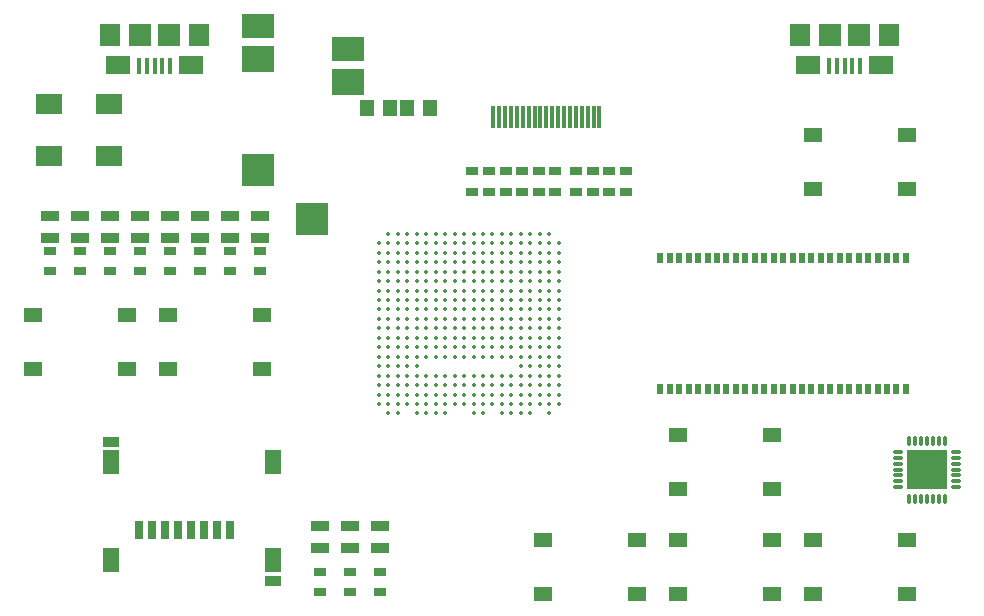
<source format=gtp>
G04 #@! TF.GenerationSoftware,KiCad,Pcbnew,5.0.0-rc2+dfsg1-2*
G04 #@! TF.CreationDate,2018-06-08T07:19:16+02:00*
G04 #@! TF.ProjectId,ulx3s,756C7833732E6B696361645F70636200,rev?*
G04 #@! TF.SameCoordinates,Original*
G04 #@! TF.FileFunction,Paste,Top*
G04 #@! TF.FilePolarity,Positive*
%FSLAX46Y46*%
G04 Gerber Fmt 4.6, Leading zero omitted, Abs format (unit mm)*
G04 Created by KiCad (PCBNEW 5.0.0-rc2+dfsg1-2) date Fri Jun  8 07:19:16 2018*
%MOMM*%
%LPD*%
G01*
G04 APERTURE LIST*
%ADD10O,0.850000X0.300000*%
%ADD11O,0.300000X0.850000*%
%ADD12R,1.675000X1.675000*%
%ADD13R,1.550000X1.300000*%
%ADD14C,0.350000*%
%ADD15R,2.800000X2.000000*%
%ADD16R,2.800000X2.200000*%
%ADD17R,2.800000X2.800000*%
%ADD18R,0.700000X1.500000*%
%ADD19R,1.450000X0.900000*%
%ADD20R,1.450000X2.000000*%
%ADD21R,2.200000X1.800000*%
%ADD22R,0.560000X0.900000*%
%ADD23R,1.000000X0.670000*%
%ADD24R,1.500000X0.970000*%
%ADD25R,0.300000X1.900000*%
%ADD26R,1.295000X1.400000*%
%ADD27R,1.800000X1.900000*%
%ADD28R,0.400000X1.350000*%
%ADD29R,1.900000X1.900000*%
%ADD30R,2.100000X1.600000*%
G04 APERTURE END LIST*
D10*
G04 #@! TO.C,U8*
X179735000Y-101655000D03*
X179735000Y-101155000D03*
X179735000Y-100655000D03*
X179735000Y-100155000D03*
X179735000Y-99655000D03*
X179735000Y-99155000D03*
X179735000Y-98655000D03*
D11*
X178785000Y-97705000D03*
X178285000Y-97705000D03*
X177785000Y-97705000D03*
X177285000Y-97705000D03*
X176785000Y-97705000D03*
X176285000Y-97705000D03*
X175785000Y-97705000D03*
D10*
X174835000Y-98655000D03*
X174835000Y-99155000D03*
X174835000Y-99655000D03*
X174835000Y-100155000D03*
X174835000Y-100655000D03*
X174835000Y-101155000D03*
X174835000Y-101655000D03*
D11*
X175785000Y-102605000D03*
X176285000Y-102605000D03*
X176785000Y-102605000D03*
X177285000Y-102605000D03*
X177785000Y-102605000D03*
X178285000Y-102605000D03*
X178785000Y-102605000D03*
D12*
X176447500Y-99317500D03*
X176447500Y-100992500D03*
X178122500Y-99317500D03*
X178122500Y-100992500D03*
G04 #@! TD*
D13*
G04 #@! TO.C,BTN0*
X175550000Y-71870000D03*
X175550000Y-76370000D03*
X167590000Y-76370000D03*
X167590000Y-71870000D03*
G04 #@! TD*
G04 #@! TO.C,BTN1*
X101550000Y-91610000D03*
X101550000Y-87110000D03*
X109510000Y-87110000D03*
X109510000Y-91610000D03*
G04 #@! TD*
G04 #@! TO.C,BTN2*
X112980000Y-91610000D03*
X112980000Y-87110000D03*
X120940000Y-87110000D03*
X120940000Y-91610000D03*
G04 #@! TD*
G04 #@! TO.C,BTN3*
X156160000Y-101770000D03*
X156160000Y-97270000D03*
X164120000Y-97270000D03*
X164120000Y-101770000D03*
G04 #@! TD*
G04 #@! TO.C,BTN4*
X164120000Y-106160000D03*
X164120000Y-110660000D03*
X156160000Y-110660000D03*
X156160000Y-106160000D03*
G04 #@! TD*
G04 #@! TO.C,BTN5*
X152690000Y-106160000D03*
X152690000Y-110660000D03*
X144730000Y-110660000D03*
X144730000Y-106160000D03*
G04 #@! TD*
G04 #@! TO.C,BTN6*
X175550000Y-106160000D03*
X175550000Y-110660000D03*
X167590000Y-110660000D03*
X167590000Y-106160000D03*
G04 #@! TD*
D14*
G04 #@! TO.C,U1*
X131680000Y-80200000D03*
X132480000Y-80200000D03*
X133280000Y-80200000D03*
X134080000Y-80200000D03*
X134880000Y-80200000D03*
X135680000Y-80200000D03*
X136480000Y-80200000D03*
X137280000Y-80200000D03*
X138080000Y-80200000D03*
X138880000Y-80200000D03*
X139680000Y-80200000D03*
X140480000Y-80200000D03*
X141280000Y-80200000D03*
X142080000Y-80200000D03*
X142880000Y-80200000D03*
X143680000Y-80200000D03*
X144480000Y-80200000D03*
X145280000Y-80200000D03*
X130880000Y-81000000D03*
X131680000Y-81000000D03*
X132480000Y-81000000D03*
X133280000Y-81000000D03*
X134080000Y-81000000D03*
X134880000Y-81000000D03*
X135680000Y-81000000D03*
X136480000Y-81000000D03*
X137280000Y-81000000D03*
X138080000Y-81000000D03*
X138880000Y-81000000D03*
X139680000Y-81000000D03*
X140480000Y-81000000D03*
X141280000Y-81000000D03*
X142080000Y-81000000D03*
X142880000Y-81000000D03*
X143680000Y-81000000D03*
X144480000Y-81000000D03*
X145280000Y-81000000D03*
X146080000Y-81000000D03*
X130880000Y-81800000D03*
X131680000Y-81800000D03*
X132480000Y-81800000D03*
X133280000Y-81800000D03*
X134080000Y-81800000D03*
X134880000Y-81800000D03*
X135680000Y-81800000D03*
X136480000Y-81800000D03*
X137280000Y-81800000D03*
X138080000Y-81800000D03*
X138880000Y-81800000D03*
X139680000Y-81800000D03*
X140480000Y-81800000D03*
X141280000Y-81800000D03*
X142080000Y-81800000D03*
X142880000Y-81800000D03*
X143680000Y-81800000D03*
X144480000Y-81800000D03*
X145280000Y-81800000D03*
X146080000Y-81800000D03*
X130880000Y-82600000D03*
X131680000Y-82600000D03*
X132480000Y-82600000D03*
X133280000Y-82600000D03*
X134080000Y-82600000D03*
X134880000Y-82600000D03*
X135680000Y-82600000D03*
X136480000Y-82600000D03*
X137280000Y-82600000D03*
X138080000Y-82600000D03*
X138880000Y-82600000D03*
X139680000Y-82600000D03*
X140480000Y-82600000D03*
X141280000Y-82600000D03*
X142080000Y-82600000D03*
X142880000Y-82600000D03*
X143680000Y-82600000D03*
X144480000Y-82600000D03*
X145280000Y-82600000D03*
X146080000Y-82600000D03*
X130880000Y-83400000D03*
X131680000Y-83400000D03*
X132480000Y-83400000D03*
X133280000Y-83400000D03*
X134080000Y-83400000D03*
X134880000Y-83400000D03*
X135680000Y-83400000D03*
X136480000Y-83400000D03*
X137280000Y-83400000D03*
X138080000Y-83400000D03*
X138880000Y-83400000D03*
X139680000Y-83400000D03*
X140480000Y-83400000D03*
X141280000Y-83400000D03*
X142080000Y-83400000D03*
X142880000Y-83400000D03*
X143680000Y-83400000D03*
X144480000Y-83400000D03*
X145280000Y-83400000D03*
X146080000Y-83400000D03*
X130880000Y-84200000D03*
X131680000Y-84200000D03*
X132480000Y-84200000D03*
X133280000Y-84200000D03*
X134080000Y-84200000D03*
X134880000Y-84200000D03*
X135680000Y-84200000D03*
X136480000Y-84200000D03*
X137280000Y-84200000D03*
X138080000Y-84200000D03*
X138880000Y-84200000D03*
X139680000Y-84200000D03*
X140480000Y-84200000D03*
X141280000Y-84200000D03*
X142080000Y-84200000D03*
X142880000Y-84200000D03*
X143680000Y-84200000D03*
X144480000Y-84200000D03*
X145280000Y-84200000D03*
X146080000Y-84200000D03*
X130880000Y-85000000D03*
X131680000Y-85000000D03*
X132480000Y-85000000D03*
X133280000Y-85000000D03*
X134080000Y-85000000D03*
X134880000Y-85000000D03*
X135680000Y-85000000D03*
X136480000Y-85000000D03*
X137280000Y-85000000D03*
X138080000Y-85000000D03*
X138880000Y-85000000D03*
X139680000Y-85000000D03*
X140480000Y-85000000D03*
X141280000Y-85000000D03*
X142080000Y-85000000D03*
X142880000Y-85000000D03*
X143680000Y-85000000D03*
X144480000Y-85000000D03*
X145280000Y-85000000D03*
X146080000Y-85000000D03*
X130880000Y-85800000D03*
X131680000Y-85800000D03*
X132480000Y-85800000D03*
X133280000Y-85800000D03*
X134080000Y-85800000D03*
X134880000Y-85800000D03*
X135680000Y-85800000D03*
X136480000Y-85800000D03*
X137280000Y-85800000D03*
X138080000Y-85800000D03*
X138880000Y-85800000D03*
X139680000Y-85800000D03*
X140480000Y-85800000D03*
X141280000Y-85800000D03*
X142080000Y-85800000D03*
X142880000Y-85800000D03*
X143680000Y-85800000D03*
X144480000Y-85800000D03*
X145280000Y-85800000D03*
X146080000Y-85800000D03*
X130880000Y-86600000D03*
X131680000Y-86600000D03*
X132480000Y-86600000D03*
X133280000Y-86600000D03*
X134080000Y-86600000D03*
X134880000Y-86600000D03*
X135680000Y-86600000D03*
X136480000Y-86600000D03*
X137280000Y-86600000D03*
X138080000Y-86600000D03*
X138880000Y-86600000D03*
X139680000Y-86600000D03*
X140480000Y-86600000D03*
X141280000Y-86600000D03*
X142080000Y-86600000D03*
X142880000Y-86600000D03*
X143680000Y-86600000D03*
X144480000Y-86600000D03*
X145280000Y-86600000D03*
X146080000Y-86600000D03*
X130880000Y-87400000D03*
X131680000Y-87400000D03*
X132480000Y-87400000D03*
X133280000Y-87400000D03*
X134080000Y-87400000D03*
X134880000Y-87400000D03*
X135680000Y-87400000D03*
X136480000Y-87400000D03*
X137280000Y-87400000D03*
X138080000Y-87400000D03*
X138880000Y-87400000D03*
X139680000Y-87400000D03*
X140480000Y-87400000D03*
X141280000Y-87400000D03*
X142080000Y-87400000D03*
X142880000Y-87400000D03*
X143680000Y-87400000D03*
X144480000Y-87400000D03*
X145280000Y-87400000D03*
X146080000Y-87400000D03*
X130880000Y-88200000D03*
X131680000Y-88200000D03*
X132480000Y-88200000D03*
X133280000Y-88200000D03*
X134080000Y-88200000D03*
X134880000Y-88200000D03*
X135680000Y-88200000D03*
X136480000Y-88200000D03*
X137280000Y-88200000D03*
X138080000Y-88200000D03*
X138880000Y-88200000D03*
X139680000Y-88200000D03*
X140480000Y-88200000D03*
X141280000Y-88200000D03*
X142080000Y-88200000D03*
X142880000Y-88200000D03*
X143680000Y-88200000D03*
X144480000Y-88200000D03*
X145280000Y-88200000D03*
X146080000Y-88200000D03*
X130880000Y-89000000D03*
X131680000Y-89000000D03*
X132480000Y-89000000D03*
X133280000Y-89000000D03*
X134080000Y-89000000D03*
X134880000Y-89000000D03*
X135680000Y-89000000D03*
X136480000Y-89000000D03*
X137280000Y-89000000D03*
X138080000Y-89000000D03*
X138880000Y-89000000D03*
X139680000Y-89000000D03*
X140480000Y-89000000D03*
X141280000Y-89000000D03*
X142080000Y-89000000D03*
X142880000Y-89000000D03*
X143680000Y-89000000D03*
X144480000Y-89000000D03*
X145280000Y-89000000D03*
X146080000Y-89000000D03*
X130880000Y-89800000D03*
X131680000Y-89800000D03*
X132480000Y-89800000D03*
X133280000Y-89800000D03*
X134080000Y-89800000D03*
X134880000Y-89800000D03*
X135680000Y-89800000D03*
X136480000Y-89800000D03*
X137280000Y-89800000D03*
X138080000Y-89800000D03*
X138880000Y-89800000D03*
X139680000Y-89800000D03*
X140480000Y-89800000D03*
X141280000Y-89800000D03*
X142080000Y-89800000D03*
X142880000Y-89800000D03*
X143680000Y-89800000D03*
X144480000Y-89800000D03*
X145280000Y-89800000D03*
X146080000Y-89800000D03*
X130880000Y-90600000D03*
X131680000Y-90600000D03*
X132480000Y-90600000D03*
X133280000Y-90600000D03*
X134080000Y-90600000D03*
X134880000Y-90600000D03*
X135680000Y-90600000D03*
X136480000Y-90600000D03*
X137280000Y-90600000D03*
X138080000Y-90600000D03*
X138880000Y-90600000D03*
X139680000Y-90600000D03*
X140480000Y-90600000D03*
X141280000Y-90600000D03*
X142080000Y-90600000D03*
X142880000Y-90600000D03*
X143680000Y-90600000D03*
X144480000Y-90600000D03*
X145280000Y-90600000D03*
X146080000Y-90600000D03*
X130880000Y-91400000D03*
X131680000Y-91400000D03*
X132480000Y-91400000D03*
X133280000Y-91400000D03*
X134080000Y-91400000D03*
X142880000Y-91400000D03*
X143680000Y-91400000D03*
X144480000Y-91400000D03*
X145280000Y-91400000D03*
X146080000Y-91400000D03*
X130880000Y-92200000D03*
X131680000Y-92200000D03*
X132480000Y-92200000D03*
X133280000Y-92200000D03*
X134080000Y-92200000D03*
X134880000Y-92200000D03*
X135680000Y-92200000D03*
X136480000Y-92200000D03*
X137280000Y-92200000D03*
X138080000Y-92200000D03*
X138880000Y-92200000D03*
X139680000Y-92200000D03*
X140480000Y-92200000D03*
X141280000Y-92200000D03*
X142080000Y-92200000D03*
X142880000Y-92200000D03*
X143680000Y-92200000D03*
X144480000Y-92200000D03*
X145280000Y-92200000D03*
X146080000Y-92200000D03*
X130880000Y-93000000D03*
X131680000Y-93000000D03*
X132480000Y-93000000D03*
X133280000Y-93000000D03*
X134080000Y-93000000D03*
X134880000Y-93000000D03*
X135680000Y-93000000D03*
X136480000Y-93000000D03*
X137280000Y-93000000D03*
X138080000Y-93000000D03*
X138880000Y-93000000D03*
X139680000Y-93000000D03*
X140480000Y-93000000D03*
X141280000Y-93000000D03*
X142080000Y-93000000D03*
X142880000Y-93000000D03*
X143680000Y-93000000D03*
X144480000Y-93000000D03*
X145280000Y-93000000D03*
X146080000Y-93000000D03*
X130880000Y-93800000D03*
X131680000Y-93800000D03*
X132480000Y-93800000D03*
X133280000Y-93800000D03*
X134080000Y-93800000D03*
X134880000Y-93800000D03*
X135680000Y-93800000D03*
X136480000Y-93800000D03*
X137280000Y-93800000D03*
X138080000Y-93800000D03*
X138880000Y-93800000D03*
X139680000Y-93800000D03*
X140480000Y-93800000D03*
X141280000Y-93800000D03*
X142080000Y-93800000D03*
X142880000Y-93800000D03*
X143680000Y-93800000D03*
X144480000Y-93800000D03*
X145280000Y-93800000D03*
X146080000Y-93800000D03*
X130880000Y-94600000D03*
X131680000Y-94600000D03*
X132480000Y-94600000D03*
X133280000Y-94600000D03*
X134080000Y-94600000D03*
X134880000Y-94600000D03*
X135680000Y-94600000D03*
X136480000Y-94600000D03*
X137280000Y-94600000D03*
X138080000Y-94600000D03*
X138880000Y-94600000D03*
X139680000Y-94600000D03*
X140480000Y-94600000D03*
X141280000Y-94600000D03*
X142080000Y-94600000D03*
X142880000Y-94600000D03*
X143680000Y-94600000D03*
X144480000Y-94600000D03*
X145280000Y-94600000D03*
X146080000Y-94600000D03*
X131680000Y-95400000D03*
X132480000Y-95400000D03*
X134080000Y-95400000D03*
X134880000Y-95400000D03*
X135680000Y-95400000D03*
X136480000Y-95400000D03*
X138880000Y-95400000D03*
X139680000Y-95400000D03*
X141280000Y-95400000D03*
X142080000Y-95400000D03*
X142880000Y-95400000D03*
X143680000Y-95400000D03*
X145280000Y-95400000D03*
G04 #@! TD*
D15*
G04 #@! TO.C,AUDIO1*
X120668000Y-62618000D03*
D16*
X120668000Y-65418000D03*
D17*
X120668000Y-74818000D03*
X125218000Y-78918000D03*
D16*
X128268000Y-67318000D03*
D15*
X128268000Y-64518000D03*
G04 #@! TD*
D18*
G04 #@! TO.C,SD1*
X118250000Y-105250000D03*
X117150000Y-105250000D03*
X116050000Y-105250000D03*
X114950000Y-105250000D03*
X113850000Y-105250000D03*
X112750000Y-105250000D03*
X111650000Y-105250000D03*
X110550000Y-105250000D03*
D19*
X121925000Y-109550000D03*
X108175000Y-97850000D03*
D20*
X108175000Y-107850000D03*
X121925000Y-107850000D03*
X121925000Y-99550000D03*
X108175000Y-99550000D03*
G04 #@! TD*
D21*
G04 #@! TO.C,Y1*
X108040000Y-69220000D03*
X102960000Y-69220000D03*
X102960000Y-73620000D03*
X108040000Y-73620000D03*
G04 #@! TD*
D22*
G04 #@! TO.C,U2*
X175493000Y-82270000D03*
X154693000Y-93330000D03*
X155493000Y-93330000D03*
X156293000Y-93330000D03*
X157093000Y-93330000D03*
X157893000Y-93330000D03*
X158693000Y-93330000D03*
X159493000Y-93330000D03*
X160293000Y-93330000D03*
X161093000Y-93330000D03*
X161893000Y-93330000D03*
X162693000Y-93330000D03*
X163493000Y-93330000D03*
X164293000Y-93330000D03*
X165093000Y-93330000D03*
X165893000Y-93330000D03*
X166693000Y-93330000D03*
X167493000Y-93330000D03*
X168293000Y-93330000D03*
X169093000Y-93330000D03*
X169893000Y-93330000D03*
X170693000Y-93330000D03*
X171493000Y-93330000D03*
X172293000Y-93330000D03*
X173093000Y-93330000D03*
X173893000Y-93330000D03*
X174693000Y-93330000D03*
X175493000Y-93330000D03*
X174693000Y-82270000D03*
X173893000Y-82270000D03*
X173093000Y-82270000D03*
X172293000Y-82270000D03*
X171493000Y-82270000D03*
X170693000Y-82270000D03*
X169893000Y-82270000D03*
X169093000Y-82270000D03*
X168293000Y-82270000D03*
X167493000Y-82270000D03*
X166693000Y-82270000D03*
X165893000Y-82270000D03*
X165093000Y-82270000D03*
X164293000Y-82270000D03*
X163493000Y-82270000D03*
X162693000Y-82270000D03*
X161893000Y-82270000D03*
X161093000Y-82270000D03*
X160293000Y-82270000D03*
X159493000Y-82270000D03*
X158693000Y-82270000D03*
X157893000Y-82270000D03*
X157093000Y-82270000D03*
X156293000Y-82270000D03*
X155493000Y-82270000D03*
X154693000Y-82270000D03*
G04 #@! TD*
D23*
G04 #@! TO.C,C36*
X150361000Y-76646000D03*
X150361000Y-74896000D03*
G04 #@! TD*
G04 #@! TO.C,C37*
X151758000Y-74896000D03*
X151758000Y-76646000D03*
G04 #@! TD*
G04 #@! TO.C,C38*
X140201000Y-74896000D03*
X140201000Y-76646000D03*
G04 #@! TD*
G04 #@! TO.C,C39*
X142995000Y-76646000D03*
X142995000Y-74896000D03*
G04 #@! TD*
G04 #@! TO.C,C40*
X145789000Y-76646000D03*
X145789000Y-74896000D03*
G04 #@! TD*
G04 #@! TO.C,C41*
X148964000Y-74896000D03*
X148964000Y-76646000D03*
G04 #@! TD*
G04 #@! TO.C,C42*
X138742800Y-76638600D03*
X138742800Y-74888600D03*
G04 #@! TD*
G04 #@! TO.C,C43*
X141598000Y-74896000D03*
X141598000Y-76646000D03*
G04 #@! TD*
G04 #@! TO.C,C44*
X144392000Y-74896000D03*
X144392000Y-76646000D03*
G04 #@! TD*
G04 #@! TO.C,C45*
X147567000Y-76634000D03*
X147567000Y-74884000D03*
G04 #@! TD*
D24*
G04 #@! TO.C,D19*
X130930000Y-106825000D03*
X130930000Y-104915000D03*
G04 #@! TD*
G04 #@! TO.C,D0*
X120770000Y-78644000D03*
X120770000Y-80554000D03*
G04 #@! TD*
G04 #@! TO.C,D1*
X118230000Y-80554000D03*
X118230000Y-78644000D03*
G04 #@! TD*
G04 #@! TO.C,D2*
X115690000Y-78644000D03*
X115690000Y-80554000D03*
G04 #@! TD*
G04 #@! TO.C,D3*
X113150000Y-78644000D03*
X113150000Y-80554000D03*
G04 #@! TD*
G04 #@! TO.C,D4*
X110610000Y-80554000D03*
X110610000Y-78644000D03*
G04 #@! TD*
G04 #@! TO.C,D5*
X108070000Y-80554000D03*
X108070000Y-78644000D03*
G04 #@! TD*
G04 #@! TO.C,D6*
X105545000Y-78644000D03*
X105545000Y-80554000D03*
G04 #@! TD*
G04 #@! TO.C,D7*
X102990000Y-80554000D03*
X102990000Y-78644000D03*
G04 #@! TD*
G04 #@! TO.C,D18*
X128390000Y-106825000D03*
X128390000Y-104915000D03*
G04 #@! TD*
G04 #@! TO.C,D22*
X125850000Y-104915000D03*
X125850000Y-106825000D03*
G04 #@! TD*
D25*
G04 #@! TO.C,GPDI1*
X149546000Y-70312000D03*
X149046000Y-70312000D03*
X148546000Y-70312000D03*
X148046000Y-70312000D03*
X147546000Y-70312000D03*
X147046000Y-70312000D03*
X146546000Y-70312000D03*
X146046000Y-70312000D03*
X145546000Y-70312000D03*
X145046000Y-70312000D03*
X144546000Y-70312000D03*
X144046000Y-70312000D03*
X143546000Y-70312000D03*
X143046000Y-70312000D03*
X142546000Y-70312000D03*
X142046000Y-70312000D03*
X141546000Y-70312000D03*
X141046000Y-70312000D03*
X140546000Y-70312000D03*
G04 #@! TD*
D23*
G04 #@! TO.C,R41*
X120770000Y-83377000D03*
X120770000Y-81627000D03*
G04 #@! TD*
G04 #@! TO.C,R42*
X118230000Y-81627000D03*
X118230000Y-83377000D03*
G04 #@! TD*
G04 #@! TO.C,R43*
X115690000Y-83377000D03*
X115690000Y-81627000D03*
G04 #@! TD*
G04 #@! TO.C,R44*
X113150000Y-81627000D03*
X113150000Y-83377000D03*
G04 #@! TD*
G04 #@! TO.C,R45*
X110610000Y-81627000D03*
X110610000Y-83377000D03*
G04 #@! TD*
G04 #@! TO.C,R46*
X108070000Y-83377000D03*
X108070000Y-81627000D03*
G04 #@! TD*
G04 #@! TO.C,R47*
X105530000Y-81627000D03*
X105530000Y-83377000D03*
G04 #@! TD*
G04 #@! TO.C,R48*
X102990000Y-83377000D03*
X102990000Y-81627000D03*
G04 #@! TD*
G04 #@! TO.C,R36*
X128390000Y-110555000D03*
X128390000Y-108805000D03*
G04 #@! TD*
G04 #@! TO.C,R37*
X130930000Y-110555000D03*
X130930000Y-108805000D03*
G04 #@! TD*
G04 #@! TO.C,R62*
X125850000Y-108805000D03*
X125850000Y-110555000D03*
G04 #@! TD*
D26*
G04 #@! TO.C,RV2*
X131785500Y-69566000D03*
X129850500Y-69566000D03*
G04 #@! TD*
G04 #@! TO.C,RV3*
X133231000Y-69566000D03*
X135166000Y-69566000D03*
G04 #@! TD*
D27*
G04 #@! TO.C,US1*
X108080000Y-63325000D03*
X115680000Y-63325000D03*
D28*
X110580000Y-66000000D03*
X111230000Y-66000000D03*
X111880000Y-66000000D03*
X112530000Y-66000000D03*
X113180000Y-66000000D03*
D29*
X110680000Y-63325000D03*
X113080000Y-63325000D03*
D30*
X108780000Y-65875000D03*
X114980000Y-65875000D03*
G04 #@! TD*
G04 #@! TO.C,US2*
X173400000Y-65875000D03*
X167200000Y-65875000D03*
D29*
X171500000Y-63325000D03*
X169100000Y-63325000D03*
D28*
X171600000Y-66000000D03*
X170950000Y-66000000D03*
X170300000Y-66000000D03*
X169650000Y-66000000D03*
X169000000Y-66000000D03*
D27*
X174100000Y-63325000D03*
X166500000Y-63325000D03*
G04 #@! TD*
M02*

</source>
